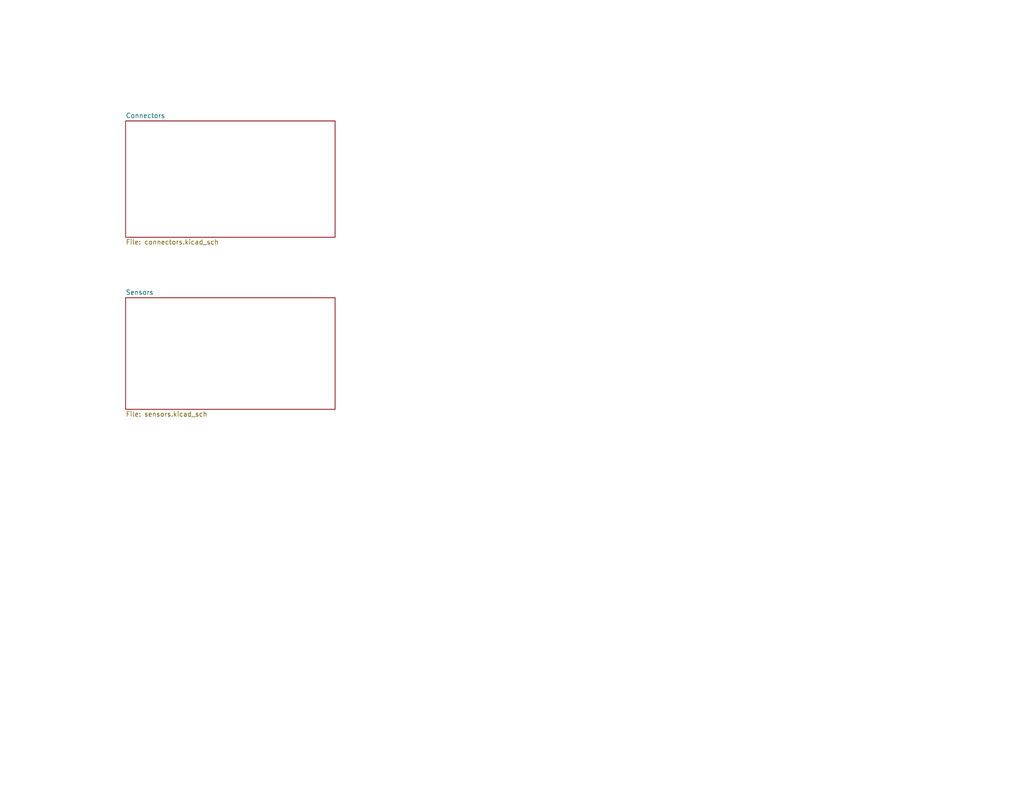
<source format=kicad_sch>
(kicad_sch
	(version 20250114)
	(generator "eeschema")
	(generator_version "9.0")
	(uuid "e63e39d7-6ac0-4ffd-8aa3-1841a4541b55")
	(paper "USLetter")
	(title_block
		(title "Sensor Shield")
		(date "2026-01-01")
		(rev "--")
		(company "Glenn Andrews")
	)
	(lib_symbols)
	(sheet
		(at 34.29 81.28)
		(size 57.15 30.48)
		(exclude_from_sim no)
		(in_bom yes)
		(on_board yes)
		(dnp no)
		(fields_autoplaced yes)
		(stroke
			(width 0.1524)
			(type solid)
		)
		(fill
			(color 0 0 0 0.0000)
		)
		(uuid "8c99afb2-5259-49c6-91f4-85209ddfad5f")
		(property "Sheetname" "Sensors"
			(at 34.29 80.5684 0)
			(effects
				(font
					(size 1.27 1.27)
				)
				(justify left bottom)
			)
		)
		(property "Sheetfile" "sensors.kicad_sch"
			(at 34.29 112.3446 0)
			(effects
				(font
					(size 1.27 1.27)
				)
				(justify left top)
			)
		)
		(instances
			(project "Sensor_Shield"
				(path "/e63e39d7-6ac0-4ffd-8aa3-1841a4541b55"
					(page "3")
				)
			)
		)
	)
	(sheet
		(at 34.29 33.02)
		(size 57.15 31.75)
		(exclude_from_sim no)
		(in_bom yes)
		(on_board yes)
		(dnp no)
		(fields_autoplaced yes)
		(stroke
			(width 0.1524)
			(type solid)
		)
		(fill
			(color 0 0 0 0.0000)
		)
		(uuid "da78a88c-f9c9-4c97-b776-8d59289f24b6")
		(property "Sheetname" "Connectors"
			(at 34.29 32.3084 0)
			(effects
				(font
					(size 1.27 1.27)
				)
				(justify left bottom)
			)
		)
		(property "Sheetfile" "connectors.kicad_sch"
			(at 34.29 65.3546 0)
			(effects
				(font
					(size 1.27 1.27)
				)
				(justify left top)
			)
		)
		(instances
			(project "Sensor_Shield"
				(path "/e63e39d7-6ac0-4ffd-8aa3-1841a4541b55"
					(page "2")
				)
			)
		)
	)
	(sheet_instances
		(path "/"
			(page "1")
		)
	)
	(embedded_fonts no)
)

</source>
